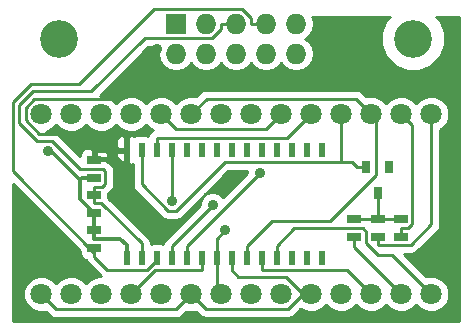
<source format=gbl>
%FSLAX34Y34*%
G04 Gerber Fmt 3.4, Leading zero omitted, Abs format*
G04 (created by PCBNEW (2014-04-07 BZR 4791)-product) date ons  9 apr 2014 20:45:43*
%MOIN*%
G01*
G70*
G90*
G04 APERTURE LIST*
%ADD10C,0.005906*%
%ADD11R,0.045000X0.025000*%
%ADD12R,0.068000X0.068000*%
%ADD13O,0.068000X0.068000*%
%ADD14C,0.126000*%
%ADD15R,0.020000X0.050000*%
%ADD16C,0.070866*%
%ADD17R,0.031500X0.039400*%
%ADD18C,0.035000*%
%ADD19C,0.013780*%
%ADD20C,0.010000*%
G04 APERTURE END LIST*
G54D10*
G54D11*
X50000Y-40063D03*
X50000Y-39463D03*
G54D12*
X52724Y-34933D03*
G54D13*
X52724Y-35933D03*
X53724Y-34933D03*
X53724Y-35933D03*
X54724Y-34933D03*
X54724Y-35933D03*
X55724Y-34933D03*
X55724Y-35933D03*
X56724Y-34933D03*
X56724Y-35933D03*
G54D14*
X60629Y-35433D03*
X48818Y-35433D03*
G54D11*
X50000Y-41244D03*
X50000Y-40644D03*
X50000Y-41825D03*
X50000Y-42425D03*
X58661Y-42032D03*
X58661Y-41432D03*
X59448Y-42032D03*
X59448Y-41432D03*
X60236Y-42032D03*
X60236Y-41432D03*
G54D15*
X51080Y-39144D03*
X51580Y-39144D03*
X52080Y-39144D03*
X52580Y-39144D03*
X53080Y-39144D03*
X53580Y-39144D03*
X54080Y-39144D03*
X54580Y-39144D03*
X55080Y-39144D03*
X55580Y-39144D03*
X56080Y-39144D03*
X56580Y-39144D03*
X57080Y-39144D03*
X57580Y-39144D03*
X57580Y-42744D03*
X57080Y-42744D03*
X56580Y-42744D03*
X56080Y-42744D03*
X55580Y-42744D03*
X55080Y-42744D03*
X54580Y-42744D03*
X54080Y-42744D03*
X53580Y-42744D03*
X53080Y-42744D03*
X52580Y-42744D03*
X52080Y-42744D03*
X51580Y-42744D03*
X51080Y-42744D03*
G54D16*
X48236Y-43944D03*
X49236Y-43944D03*
X50236Y-43944D03*
X51236Y-43944D03*
X52236Y-43944D03*
X53236Y-43944D03*
X54236Y-43944D03*
X55236Y-43944D03*
X56236Y-43944D03*
X57236Y-43944D03*
X58236Y-43944D03*
X59236Y-43944D03*
X60236Y-43944D03*
X61236Y-43944D03*
X61236Y-37944D03*
X60236Y-37944D03*
X59236Y-37944D03*
X58236Y-37944D03*
X57236Y-37944D03*
X56236Y-37944D03*
X55236Y-37944D03*
X54236Y-37944D03*
X53236Y-37944D03*
X52236Y-37944D03*
X51236Y-37944D03*
X50236Y-37944D03*
X49236Y-37944D03*
X48236Y-37944D03*
G54D17*
X59448Y-40590D03*
X59823Y-39724D03*
X59073Y-39724D03*
G54D18*
X48478Y-39171D03*
X53950Y-40976D03*
X55531Y-39894D03*
X52608Y-40830D03*
X54371Y-41810D03*
X52106Y-35785D03*
G54D19*
X49526Y-40143D02*
X48554Y-39171D01*
X48554Y-39171D02*
X48478Y-39171D01*
X50000Y-41825D02*
X50000Y-42120D01*
X51080Y-42744D02*
X51080Y-42325D01*
X51080Y-42325D02*
X50874Y-42120D01*
X50874Y-42120D02*
X50000Y-42120D01*
X49526Y-40143D02*
X49605Y-40063D01*
X50000Y-41244D02*
X49526Y-40771D01*
X49526Y-40771D02*
X49526Y-40143D01*
X50000Y-40063D02*
X49605Y-40063D01*
X50000Y-41825D02*
X50000Y-41244D01*
G54D20*
X60236Y-42032D02*
X60236Y-41757D01*
X60236Y-37944D02*
X60611Y-38320D01*
X60611Y-38320D02*
X60611Y-41622D01*
X60611Y-41622D02*
X60476Y-41757D01*
X60476Y-41757D02*
X60236Y-41757D01*
X52580Y-42344D02*
X52581Y-42344D01*
X52581Y-42344D02*
X53950Y-40976D01*
X52580Y-42744D02*
X52580Y-42344D01*
X55531Y-39894D02*
X53080Y-42344D01*
X53080Y-42744D02*
X53080Y-42344D01*
X52236Y-37944D02*
X52740Y-38449D01*
X52740Y-38449D02*
X55731Y-38449D01*
X55731Y-38449D02*
X56236Y-37944D01*
X59448Y-42032D02*
X59448Y-42307D01*
X61236Y-37944D02*
X61236Y-41616D01*
X61236Y-41616D02*
X60545Y-42307D01*
X60545Y-42307D02*
X59448Y-42307D01*
X51236Y-43944D02*
X52036Y-43145D01*
X52036Y-43145D02*
X53580Y-43145D01*
X60236Y-43944D02*
X58661Y-42370D01*
X58661Y-42370D02*
X58661Y-42032D01*
X53580Y-42744D02*
X53580Y-43145D01*
X58236Y-39545D02*
X54353Y-39545D01*
X54353Y-39545D02*
X52736Y-41161D01*
X52736Y-41161D02*
X52453Y-41161D01*
X52453Y-41161D02*
X51580Y-40288D01*
X51580Y-40288D02*
X51580Y-39545D01*
X51580Y-39545D02*
X51580Y-39545D01*
X51580Y-39144D02*
X51580Y-39545D01*
X58236Y-39545D02*
X58586Y-39545D01*
X58586Y-39545D02*
X58766Y-39724D01*
X58236Y-37944D02*
X58236Y-39545D01*
X59073Y-39724D02*
X58766Y-39724D01*
X52080Y-39144D02*
X52080Y-38744D01*
X57236Y-37944D02*
X56436Y-38744D01*
X56436Y-38744D02*
X52080Y-38744D01*
X52580Y-39144D02*
X52580Y-39545D01*
X52608Y-40830D02*
X52608Y-39572D01*
X52608Y-39572D02*
X52580Y-39545D01*
X54371Y-41810D02*
X54080Y-42100D01*
X54080Y-42100D02*
X54080Y-42744D01*
X54080Y-42744D02*
X54080Y-43789D01*
X54080Y-43789D02*
X54236Y-43944D01*
X56080Y-42744D02*
X56080Y-42344D01*
X61236Y-43944D02*
X59923Y-42632D01*
X59923Y-42632D02*
X59467Y-42632D01*
X59467Y-42632D02*
X59073Y-42238D01*
X59073Y-42238D02*
X59073Y-41877D01*
X59073Y-41877D02*
X58953Y-41757D01*
X58953Y-41757D02*
X56668Y-41757D01*
X56668Y-41757D02*
X56080Y-42344D01*
X56950Y-43944D02*
X56445Y-44449D01*
X56445Y-44449D02*
X53740Y-44449D01*
X53740Y-44449D02*
X53236Y-43944D01*
X54580Y-43145D02*
X54808Y-43373D01*
X54808Y-43373D02*
X56379Y-43373D01*
X56379Y-43373D02*
X56950Y-43944D01*
X57236Y-43944D02*
X57235Y-43944D01*
X57235Y-43944D02*
X56950Y-43944D01*
X48236Y-43944D02*
X48741Y-44450D01*
X48741Y-44450D02*
X52730Y-44450D01*
X52730Y-44450D02*
X53236Y-43944D01*
X54580Y-42744D02*
X54580Y-43145D01*
X55080Y-42744D02*
X55080Y-42344D01*
X59236Y-37944D02*
X59381Y-38090D01*
X59381Y-38090D02*
X59381Y-39985D01*
X59381Y-39985D02*
X57867Y-41500D01*
X57867Y-41500D02*
X55925Y-41500D01*
X55925Y-41500D02*
X55080Y-42344D01*
X53236Y-37944D02*
X53752Y-37428D01*
X53752Y-37428D02*
X58720Y-37428D01*
X58720Y-37428D02*
X59236Y-37944D01*
X55580Y-42744D02*
X55580Y-43145D01*
X59236Y-43944D02*
X58436Y-43145D01*
X58436Y-43145D02*
X55580Y-43145D01*
X55724Y-34933D02*
X55234Y-34933D01*
X50000Y-42563D02*
X47286Y-39849D01*
X47286Y-39849D02*
X47286Y-37559D01*
X47286Y-37559D02*
X47895Y-36949D01*
X47895Y-36949D02*
X49494Y-36949D01*
X49494Y-36949D02*
X52005Y-34437D01*
X52005Y-34437D02*
X54942Y-34437D01*
X54942Y-34437D02*
X55234Y-34730D01*
X55234Y-34730D02*
X55234Y-34933D01*
X50000Y-42563D02*
X50000Y-42701D01*
X50000Y-42425D02*
X50000Y-42563D01*
X52080Y-42744D02*
X52080Y-42817D01*
X52080Y-42817D02*
X51752Y-43145D01*
X51752Y-43145D02*
X50444Y-43145D01*
X50444Y-43145D02*
X50000Y-42701D01*
X50000Y-40644D02*
X50000Y-40369D01*
X54724Y-34933D02*
X54234Y-34933D01*
X54234Y-34933D02*
X54234Y-35116D01*
X54234Y-35116D02*
X53927Y-35423D01*
X53927Y-35423D02*
X51681Y-35423D01*
X51681Y-35423D02*
X49910Y-37193D01*
X49910Y-37193D02*
X47954Y-37193D01*
X47954Y-37193D02*
X47500Y-37647D01*
X47500Y-37647D02*
X47500Y-38233D01*
X47500Y-38233D02*
X48098Y-38830D01*
X48098Y-38830D02*
X48599Y-38830D01*
X48599Y-38830D02*
X49531Y-39763D01*
X49531Y-39763D02*
X50285Y-39763D01*
X50285Y-39763D02*
X50375Y-39852D01*
X50375Y-39852D02*
X50375Y-40269D01*
X50375Y-40269D02*
X50275Y-40369D01*
X50275Y-40369D02*
X50000Y-40369D01*
X51580Y-42744D02*
X51580Y-42260D01*
X51580Y-42260D02*
X50240Y-40920D01*
X50240Y-40920D02*
X50000Y-40920D01*
X50000Y-40644D02*
X50000Y-40920D01*
X50000Y-39188D02*
X49410Y-38599D01*
X49410Y-38599D02*
X48174Y-38599D01*
X48174Y-38599D02*
X47721Y-38146D01*
X47721Y-38146D02*
X47721Y-37727D01*
X47721Y-37727D02*
X48008Y-37440D01*
X48008Y-37440D02*
X50451Y-37440D01*
X50451Y-37440D02*
X52106Y-35785D01*
X51080Y-39545D02*
X50893Y-39545D01*
X50893Y-39545D02*
X50536Y-39188D01*
X50536Y-39188D02*
X50000Y-39188D01*
X50000Y-39463D02*
X50000Y-39188D01*
X51080Y-39144D02*
X51080Y-39545D01*
X59448Y-41432D02*
X58661Y-41432D01*
X60236Y-41432D02*
X59448Y-41432D01*
X59448Y-40590D02*
X59448Y-41432D01*
G54D10*
G36*
X53782Y-34983D02*
X53774Y-34983D01*
X53774Y-34990D01*
X53674Y-34990D01*
X53674Y-34983D01*
X53666Y-34983D01*
X53666Y-34883D01*
X53674Y-34883D01*
X53674Y-34875D01*
X53774Y-34875D01*
X53774Y-34883D01*
X53782Y-34883D01*
X53782Y-34983D01*
X53782Y-34983D01*
G37*
G54D20*
X53782Y-34983D02*
X53774Y-34983D01*
X53774Y-34990D01*
X53674Y-34990D01*
X53674Y-34983D01*
X53666Y-34983D01*
X53666Y-34883D01*
X53674Y-34883D01*
X53674Y-34875D01*
X53774Y-34875D01*
X53774Y-34883D01*
X53782Y-34883D01*
X53782Y-34983D01*
G54D10*
G36*
X55106Y-39845D02*
X55106Y-39894D01*
X54288Y-40713D01*
X54191Y-40616D01*
X54035Y-40551D01*
X53866Y-40551D01*
X53709Y-40615D01*
X53590Y-40735D01*
X53525Y-40891D01*
X53525Y-40977D01*
X52371Y-42130D01*
X52368Y-42132D01*
X52303Y-42229D01*
X52295Y-42271D01*
X52230Y-42244D01*
X52130Y-42244D01*
X51930Y-42244D01*
X51880Y-42265D01*
X51880Y-42260D01*
X51857Y-42145D01*
X51792Y-42047D01*
X51792Y-42047D01*
X51030Y-41285D01*
X51030Y-39582D01*
X51030Y-39194D01*
X51030Y-39094D01*
X51030Y-38707D01*
X50968Y-38644D01*
X50930Y-38644D01*
X50839Y-38682D01*
X50768Y-38753D01*
X50730Y-38845D01*
X50730Y-38944D01*
X50730Y-39032D01*
X50793Y-39094D01*
X51030Y-39094D01*
X51030Y-39194D01*
X50793Y-39194D01*
X50730Y-39257D01*
X50730Y-39345D01*
X50730Y-39444D01*
X50768Y-39536D01*
X50839Y-39606D01*
X50930Y-39644D01*
X50968Y-39644D01*
X51030Y-39582D01*
X51030Y-41285D01*
X50475Y-40730D01*
X50475Y-40720D01*
X50475Y-40590D01*
X50487Y-40581D01*
X50587Y-40481D01*
X50587Y-40481D01*
X50626Y-40423D01*
X50652Y-40384D01*
X50652Y-40384D01*
X50675Y-40269D01*
X50675Y-39852D01*
X50652Y-39737D01*
X50587Y-39640D01*
X50587Y-39640D01*
X50498Y-39551D01*
X50475Y-39535D01*
X50475Y-39351D01*
X50475Y-39289D01*
X50436Y-39197D01*
X50366Y-39126D01*
X50274Y-39088D01*
X50175Y-39088D01*
X50112Y-39088D01*
X50050Y-39151D01*
X50050Y-39413D01*
X50412Y-39413D01*
X50475Y-39351D01*
X50475Y-39535D01*
X50400Y-39485D01*
X50285Y-39463D01*
X49942Y-39463D01*
X49942Y-39413D01*
X49950Y-39413D01*
X49950Y-39151D01*
X49887Y-39088D01*
X49824Y-39088D01*
X49725Y-39088D01*
X49633Y-39126D01*
X49563Y-39197D01*
X49525Y-39289D01*
X49525Y-39332D01*
X48811Y-38618D01*
X48713Y-38553D01*
X48599Y-38530D01*
X48401Y-38530D01*
X48578Y-38457D01*
X48736Y-38299D01*
X48893Y-38456D01*
X49115Y-38549D01*
X49355Y-38549D01*
X49578Y-38457D01*
X49736Y-38299D01*
X49893Y-38456D01*
X50115Y-38549D01*
X50355Y-38549D01*
X50578Y-38457D01*
X50736Y-38299D01*
X50893Y-38456D01*
X51115Y-38549D01*
X51355Y-38549D01*
X51578Y-38457D01*
X51736Y-38299D01*
X51893Y-38456D01*
X51948Y-38479D01*
X51868Y-38532D01*
X51803Y-38629D01*
X51795Y-38671D01*
X51730Y-38644D01*
X51630Y-38644D01*
X51430Y-38644D01*
X51339Y-38682D01*
X51330Y-38691D01*
X51322Y-38682D01*
X51230Y-38644D01*
X51193Y-38644D01*
X51130Y-38707D01*
X51130Y-39094D01*
X51138Y-39094D01*
X51138Y-39194D01*
X51130Y-39194D01*
X51130Y-39582D01*
X51193Y-39644D01*
X51230Y-39644D01*
X51280Y-39624D01*
X51280Y-40288D01*
X51303Y-40403D01*
X51368Y-40500D01*
X52241Y-41373D01*
X52338Y-41438D01*
X52338Y-41438D01*
X52453Y-41461D01*
X52736Y-41461D01*
X52736Y-41461D01*
X52851Y-41438D01*
X52851Y-41438D01*
X52948Y-41373D01*
X54477Y-39845D01*
X55106Y-39845D01*
X55106Y-39845D01*
G37*
G54D20*
X55106Y-39845D02*
X55106Y-39894D01*
X54288Y-40713D01*
X54191Y-40616D01*
X54035Y-40551D01*
X53866Y-40551D01*
X53709Y-40615D01*
X53590Y-40735D01*
X53525Y-40891D01*
X53525Y-40977D01*
X52371Y-42130D01*
X52368Y-42132D01*
X52303Y-42229D01*
X52295Y-42271D01*
X52230Y-42244D01*
X52130Y-42244D01*
X51930Y-42244D01*
X51880Y-42265D01*
X51880Y-42260D01*
X51857Y-42145D01*
X51792Y-42047D01*
X51792Y-42047D01*
X51030Y-41285D01*
X51030Y-39582D01*
X51030Y-39194D01*
X51030Y-39094D01*
X51030Y-38707D01*
X50968Y-38644D01*
X50930Y-38644D01*
X50839Y-38682D01*
X50768Y-38753D01*
X50730Y-38845D01*
X50730Y-38944D01*
X50730Y-39032D01*
X50793Y-39094D01*
X51030Y-39094D01*
X51030Y-39194D01*
X50793Y-39194D01*
X50730Y-39257D01*
X50730Y-39345D01*
X50730Y-39444D01*
X50768Y-39536D01*
X50839Y-39606D01*
X50930Y-39644D01*
X50968Y-39644D01*
X51030Y-39582D01*
X51030Y-41285D01*
X50475Y-40730D01*
X50475Y-40720D01*
X50475Y-40590D01*
X50487Y-40581D01*
X50587Y-40481D01*
X50587Y-40481D01*
X50626Y-40423D01*
X50652Y-40384D01*
X50652Y-40384D01*
X50675Y-40269D01*
X50675Y-39852D01*
X50652Y-39737D01*
X50587Y-39640D01*
X50587Y-39640D01*
X50498Y-39551D01*
X50475Y-39535D01*
X50475Y-39351D01*
X50475Y-39289D01*
X50436Y-39197D01*
X50366Y-39126D01*
X50274Y-39088D01*
X50175Y-39088D01*
X50112Y-39088D01*
X50050Y-39151D01*
X50050Y-39413D01*
X50412Y-39413D01*
X50475Y-39351D01*
X50475Y-39535D01*
X50400Y-39485D01*
X50285Y-39463D01*
X49942Y-39463D01*
X49942Y-39413D01*
X49950Y-39413D01*
X49950Y-39151D01*
X49887Y-39088D01*
X49824Y-39088D01*
X49725Y-39088D01*
X49633Y-39126D01*
X49563Y-39197D01*
X49525Y-39289D01*
X49525Y-39332D01*
X48811Y-38618D01*
X48713Y-38553D01*
X48599Y-38530D01*
X48401Y-38530D01*
X48578Y-38457D01*
X48736Y-38299D01*
X48893Y-38456D01*
X49115Y-38549D01*
X49355Y-38549D01*
X49578Y-38457D01*
X49736Y-38299D01*
X49893Y-38456D01*
X50115Y-38549D01*
X50355Y-38549D01*
X50578Y-38457D01*
X50736Y-38299D01*
X50893Y-38456D01*
X51115Y-38549D01*
X51355Y-38549D01*
X51578Y-38457D01*
X51736Y-38299D01*
X51893Y-38456D01*
X51948Y-38479D01*
X51868Y-38532D01*
X51803Y-38629D01*
X51795Y-38671D01*
X51730Y-38644D01*
X51630Y-38644D01*
X51430Y-38644D01*
X51339Y-38682D01*
X51330Y-38691D01*
X51322Y-38682D01*
X51230Y-38644D01*
X51193Y-38644D01*
X51130Y-38707D01*
X51130Y-39094D01*
X51138Y-39094D01*
X51138Y-39194D01*
X51130Y-39194D01*
X51130Y-39582D01*
X51193Y-39644D01*
X51230Y-39644D01*
X51280Y-39624D01*
X51280Y-40288D01*
X51303Y-40403D01*
X51368Y-40500D01*
X52241Y-41373D01*
X52338Y-41438D01*
X52338Y-41438D01*
X52453Y-41461D01*
X52736Y-41461D01*
X52736Y-41461D01*
X52851Y-41438D01*
X52851Y-41438D01*
X52948Y-41373D01*
X54477Y-39845D01*
X55106Y-39845D01*
G54D10*
G36*
X62154Y-44831D02*
X47294Y-44831D01*
X47294Y-40281D01*
X49525Y-42512D01*
X49525Y-42600D01*
X49563Y-42692D01*
X49633Y-42762D01*
X49719Y-42798D01*
X49722Y-42815D01*
X49787Y-42913D01*
X50215Y-43340D01*
X50116Y-43340D01*
X49894Y-43432D01*
X49736Y-43590D01*
X49578Y-43432D01*
X49356Y-43340D01*
X49116Y-43340D01*
X48894Y-43432D01*
X48736Y-43590D01*
X48578Y-43432D01*
X48356Y-43340D01*
X48116Y-43340D01*
X47894Y-43432D01*
X47724Y-43602D01*
X47631Y-43824D01*
X47631Y-44064D01*
X47723Y-44286D01*
X47893Y-44456D01*
X48115Y-44549D01*
X48355Y-44549D01*
X48398Y-44531D01*
X48529Y-44662D01*
X48626Y-44727D01*
X48741Y-44750D01*
X52730Y-44750D01*
X52730Y-44750D01*
X52845Y-44727D01*
X52845Y-44727D01*
X52943Y-44662D01*
X53073Y-44531D01*
X53115Y-44549D01*
X53355Y-44549D01*
X53398Y-44531D01*
X53528Y-44661D01*
X53528Y-44661D01*
X53625Y-44726D01*
X53740Y-44749D01*
X56445Y-44749D01*
X56445Y-44749D01*
X56560Y-44726D01*
X56560Y-44726D01*
X56657Y-44661D01*
X56877Y-44441D01*
X56893Y-44456D01*
X57115Y-44549D01*
X57355Y-44549D01*
X57578Y-44457D01*
X57736Y-44299D01*
X57893Y-44456D01*
X58115Y-44549D01*
X58355Y-44549D01*
X58578Y-44457D01*
X58736Y-44299D01*
X58893Y-44456D01*
X59115Y-44549D01*
X59355Y-44549D01*
X59578Y-44457D01*
X59736Y-44299D01*
X59893Y-44456D01*
X60115Y-44549D01*
X60355Y-44549D01*
X60578Y-44457D01*
X60736Y-44299D01*
X60893Y-44456D01*
X61115Y-44549D01*
X61355Y-44549D01*
X61578Y-44457D01*
X61748Y-44287D01*
X61840Y-44065D01*
X61840Y-43825D01*
X61748Y-43603D01*
X61578Y-43432D01*
X61356Y-43340D01*
X61116Y-43340D01*
X61073Y-43358D01*
X60323Y-42607D01*
X60545Y-42607D01*
X60545Y-42607D01*
X60660Y-42584D01*
X60660Y-42584D01*
X60757Y-42519D01*
X61448Y-41828D01*
X61513Y-41731D01*
X61513Y-41731D01*
X61536Y-41616D01*
X61536Y-38474D01*
X61578Y-38457D01*
X61748Y-38287D01*
X61840Y-38065D01*
X61840Y-37825D01*
X61748Y-37603D01*
X61578Y-37432D01*
X61356Y-37340D01*
X61116Y-37340D01*
X60894Y-37432D01*
X60736Y-37590D01*
X60578Y-37432D01*
X60356Y-37340D01*
X60116Y-37340D01*
X59894Y-37432D01*
X59736Y-37590D01*
X59578Y-37432D01*
X59356Y-37340D01*
X59116Y-37340D01*
X59073Y-37358D01*
X58932Y-37216D01*
X58834Y-37151D01*
X58720Y-37128D01*
X53752Y-37128D01*
X53637Y-37151D01*
X53540Y-37216D01*
X53398Y-37358D01*
X53356Y-37340D01*
X53116Y-37340D01*
X52894Y-37432D01*
X52736Y-37590D01*
X52578Y-37432D01*
X52356Y-37340D01*
X52116Y-37340D01*
X51894Y-37432D01*
X51736Y-37590D01*
X51578Y-37432D01*
X51356Y-37340D01*
X51116Y-37340D01*
X50894Y-37432D01*
X50736Y-37590D01*
X50578Y-37432D01*
X50356Y-37340D01*
X50188Y-37340D01*
X51805Y-35723D01*
X52164Y-35723D01*
X52122Y-35933D01*
X52167Y-36158D01*
X52295Y-36350D01*
X52487Y-36478D01*
X52712Y-36523D01*
X52735Y-36523D01*
X52961Y-36478D01*
X53153Y-36350D01*
X53224Y-36243D01*
X53295Y-36350D01*
X53487Y-36478D01*
X53712Y-36523D01*
X53735Y-36523D01*
X53961Y-36478D01*
X54153Y-36350D01*
X54224Y-36243D01*
X54295Y-36350D01*
X54487Y-36478D01*
X54712Y-36523D01*
X54735Y-36523D01*
X54961Y-36478D01*
X55153Y-36350D01*
X55224Y-36243D01*
X55295Y-36350D01*
X55487Y-36478D01*
X55712Y-36523D01*
X55735Y-36523D01*
X55961Y-36478D01*
X56153Y-36350D01*
X56224Y-36243D01*
X56295Y-36350D01*
X56487Y-36478D01*
X56712Y-36523D01*
X56735Y-36523D01*
X56961Y-36478D01*
X57153Y-36350D01*
X57281Y-36158D01*
X57325Y-35933D01*
X57281Y-35707D01*
X57153Y-35515D01*
X57029Y-35433D01*
X57153Y-35350D01*
X57281Y-35158D01*
X57325Y-34933D01*
X57281Y-34707D01*
X57273Y-34695D01*
X59848Y-34695D01*
X59719Y-34823D01*
X59556Y-35218D01*
X59555Y-35645D01*
X59718Y-36040D01*
X60020Y-36343D01*
X60415Y-36506D01*
X60842Y-36507D01*
X61237Y-36344D01*
X61539Y-36042D01*
X61703Y-35647D01*
X61704Y-35220D01*
X61540Y-34825D01*
X61411Y-34695D01*
X62154Y-34695D01*
X62154Y-44831D01*
X62154Y-44831D01*
G37*
G54D20*
X62154Y-44831D02*
X47294Y-44831D01*
X47294Y-40281D01*
X49525Y-42512D01*
X49525Y-42600D01*
X49563Y-42692D01*
X49633Y-42762D01*
X49719Y-42798D01*
X49722Y-42815D01*
X49787Y-42913D01*
X50215Y-43340D01*
X50116Y-43340D01*
X49894Y-43432D01*
X49736Y-43590D01*
X49578Y-43432D01*
X49356Y-43340D01*
X49116Y-43340D01*
X48894Y-43432D01*
X48736Y-43590D01*
X48578Y-43432D01*
X48356Y-43340D01*
X48116Y-43340D01*
X47894Y-43432D01*
X47724Y-43602D01*
X47631Y-43824D01*
X47631Y-44064D01*
X47723Y-44286D01*
X47893Y-44456D01*
X48115Y-44549D01*
X48355Y-44549D01*
X48398Y-44531D01*
X48529Y-44662D01*
X48626Y-44727D01*
X48741Y-44750D01*
X52730Y-44750D01*
X52730Y-44750D01*
X52845Y-44727D01*
X52845Y-44727D01*
X52943Y-44662D01*
X53073Y-44531D01*
X53115Y-44549D01*
X53355Y-44549D01*
X53398Y-44531D01*
X53528Y-44661D01*
X53528Y-44661D01*
X53625Y-44726D01*
X53740Y-44749D01*
X56445Y-44749D01*
X56445Y-44749D01*
X56560Y-44726D01*
X56560Y-44726D01*
X56657Y-44661D01*
X56877Y-44441D01*
X56893Y-44456D01*
X57115Y-44549D01*
X57355Y-44549D01*
X57578Y-44457D01*
X57736Y-44299D01*
X57893Y-44456D01*
X58115Y-44549D01*
X58355Y-44549D01*
X58578Y-44457D01*
X58736Y-44299D01*
X58893Y-44456D01*
X59115Y-44549D01*
X59355Y-44549D01*
X59578Y-44457D01*
X59736Y-44299D01*
X59893Y-44456D01*
X60115Y-44549D01*
X60355Y-44549D01*
X60578Y-44457D01*
X60736Y-44299D01*
X60893Y-44456D01*
X61115Y-44549D01*
X61355Y-44549D01*
X61578Y-44457D01*
X61748Y-44287D01*
X61840Y-44065D01*
X61840Y-43825D01*
X61748Y-43603D01*
X61578Y-43432D01*
X61356Y-43340D01*
X61116Y-43340D01*
X61073Y-43358D01*
X60323Y-42607D01*
X60545Y-42607D01*
X60545Y-42607D01*
X60660Y-42584D01*
X60660Y-42584D01*
X60757Y-42519D01*
X61448Y-41828D01*
X61513Y-41731D01*
X61513Y-41731D01*
X61536Y-41616D01*
X61536Y-38474D01*
X61578Y-38457D01*
X61748Y-38287D01*
X61840Y-38065D01*
X61840Y-37825D01*
X61748Y-37603D01*
X61578Y-37432D01*
X61356Y-37340D01*
X61116Y-37340D01*
X60894Y-37432D01*
X60736Y-37590D01*
X60578Y-37432D01*
X60356Y-37340D01*
X60116Y-37340D01*
X59894Y-37432D01*
X59736Y-37590D01*
X59578Y-37432D01*
X59356Y-37340D01*
X59116Y-37340D01*
X59073Y-37358D01*
X58932Y-37216D01*
X58834Y-37151D01*
X58720Y-37128D01*
X53752Y-37128D01*
X53637Y-37151D01*
X53540Y-37216D01*
X53398Y-37358D01*
X53356Y-37340D01*
X53116Y-37340D01*
X52894Y-37432D01*
X52736Y-37590D01*
X52578Y-37432D01*
X52356Y-37340D01*
X52116Y-37340D01*
X51894Y-37432D01*
X51736Y-37590D01*
X51578Y-37432D01*
X51356Y-37340D01*
X51116Y-37340D01*
X50894Y-37432D01*
X50736Y-37590D01*
X50578Y-37432D01*
X50356Y-37340D01*
X50188Y-37340D01*
X51805Y-35723D01*
X52164Y-35723D01*
X52122Y-35933D01*
X52167Y-36158D01*
X52295Y-36350D01*
X52487Y-36478D01*
X52712Y-36523D01*
X52735Y-36523D01*
X52961Y-36478D01*
X53153Y-36350D01*
X53224Y-36243D01*
X53295Y-36350D01*
X53487Y-36478D01*
X53712Y-36523D01*
X53735Y-36523D01*
X53961Y-36478D01*
X54153Y-36350D01*
X54224Y-36243D01*
X54295Y-36350D01*
X54487Y-36478D01*
X54712Y-36523D01*
X54735Y-36523D01*
X54961Y-36478D01*
X55153Y-36350D01*
X55224Y-36243D01*
X55295Y-36350D01*
X55487Y-36478D01*
X55712Y-36523D01*
X55735Y-36523D01*
X55961Y-36478D01*
X56153Y-36350D01*
X56224Y-36243D01*
X56295Y-36350D01*
X56487Y-36478D01*
X56712Y-36523D01*
X56735Y-36523D01*
X56961Y-36478D01*
X57153Y-36350D01*
X57281Y-36158D01*
X57325Y-35933D01*
X57281Y-35707D01*
X57153Y-35515D01*
X57029Y-35433D01*
X57153Y-35350D01*
X57281Y-35158D01*
X57325Y-34933D01*
X57281Y-34707D01*
X57273Y-34695D01*
X59848Y-34695D01*
X59719Y-34823D01*
X59556Y-35218D01*
X59555Y-35645D01*
X59718Y-36040D01*
X60020Y-36343D01*
X60415Y-36506D01*
X60842Y-36507D01*
X61237Y-36344D01*
X61539Y-36042D01*
X61703Y-35647D01*
X61704Y-35220D01*
X61540Y-34825D01*
X61411Y-34695D01*
X62154Y-34695D01*
X62154Y-44831D01*
M02*

</source>
